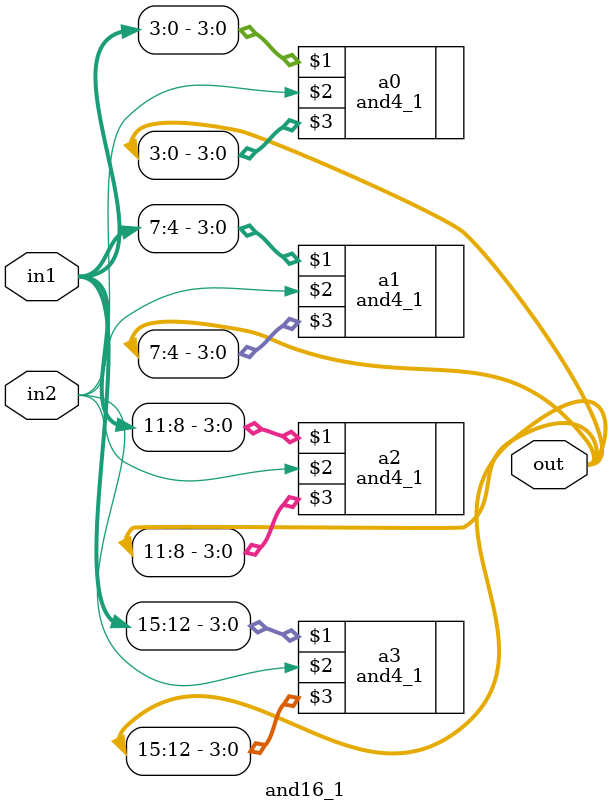
<source format=v>
`include"and4_1.v"
module and16_1(
	input [15:0] in1,
	input in2,
	output [15:0] out
);
	and4_1 a0(in1[3:0], in2, out[3:0]);
	and4_1 a1(in1[7:4], in2, out[7:4]);
	and4_1 a2(in1[11:8], in2, out[11:8]);
	and4_1 a3(in1[15:12], in2, out[15:12]);
endmodule


</source>
